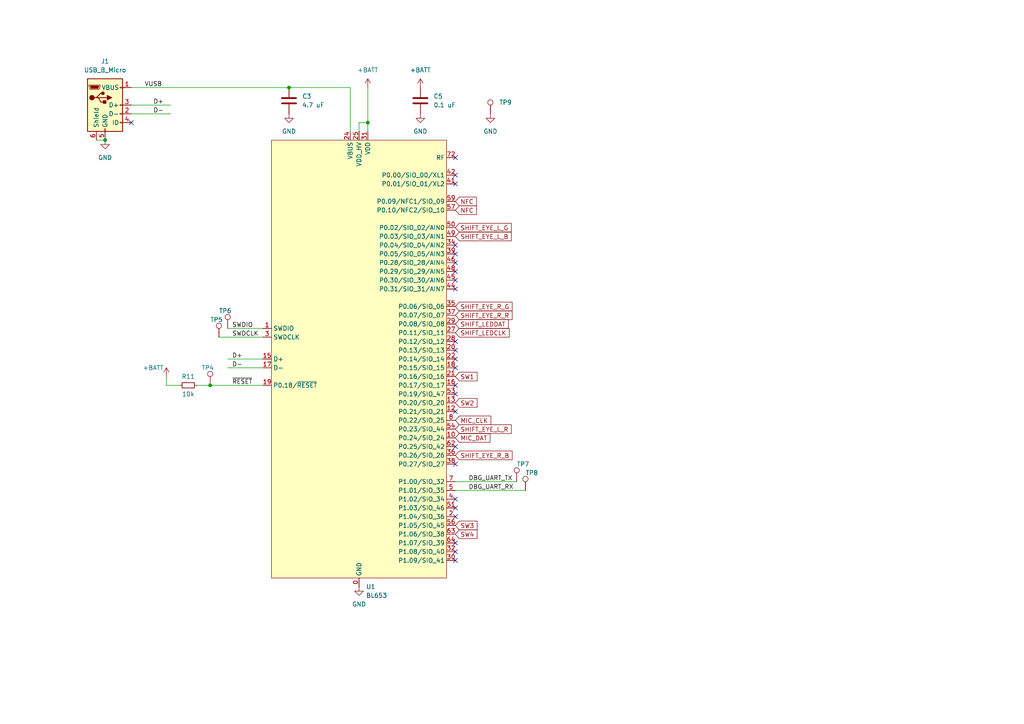
<source format=kicad_sch>
(kicad_sch (version 20211123) (generator eeschema)
  (paper "A4")
  (title_block (title "Paranoids Con Badge") (date "2022-06-21") (rev "A") (company "Yahoo") (comment 1 "See LICENSE file in project root for terms.") (comment 2 "Copyright Yahoo, Licensed under the terms of the Apache-2.0 license."))
  (lib_symbols
    (symbol "Connector:TestPoint" (pin_numbers hide) (pin_names (offset 0.762) hide)
      (property "Reference" "TP" (at 0 6.858 0))
      (property "Value" "TestPoint" (at 0 5.08 0))
      (symbol "TestPoint_0_1"
        (circle (center 0 3.302) (radius 0.762))
      )
      (symbol "TestPoint_1_1"
        (pin passive line (at 0 0 90) (length 2.54) (name "1") (number "1"))
      )
    )
    (symbol "Connector:USB_B_Micro" (pin_names (offset 1.016))
      (property "Reference" "J" (at -5.08 11.43 0))
      (property "Value" "USB_B_Micro" (at -5.08 8.89 0))
      (symbol "USB_B_Micro_0_1"
        (rectangle (start -5.08 -7.62) (end 5.08 7.62) (stroke (width 0.254)) (fill (type background)))
        (circle (center -3.81 2.159) (radius 0.635) (stroke (width 0.254)) (fill (type outline)))
        (circle (center -0.635 3.429) (radius 0.381) (stroke (width 0.254)) (fill (type outline)))
        (rectangle (start -0.127 -7.62) (end 0.127 -6.858))
        (polyline (pts (xy -1.905 2.159) (xy 0.635 2.159)) (stroke (width 0.254)))
        (polyline (pts (xy -3.175 2.159) (xy -2.54 2.159) (xy -1.27 3.429) (xy -0.635 3.429)) (stroke (width 0.254)))
        (polyline (pts (xy -2.54 2.159) (xy -1.905 2.159) (xy -1.27 0.889) (xy 0 0.889)) (stroke (width 0.254)))
        (polyline (pts (xy 0.635 2.794) (xy 0.635 1.524) (xy 1.905 2.159) (xy 0.635 2.794)) (stroke (width 0.254)) (fill (type outline)))
        (polyline (pts (xy -4.318 5.588) (xy -1.778 5.588) (xy -2.032 4.826) (xy -4.064 4.826) (xy -4.318 5.588)) (fill (type outline)))
        (polyline (pts (xy -4.699 5.842) (xy -4.699 5.588) (xy -4.445 4.826) (xy -4.445 4.572) (xy -1.651 4.572) (xy -1.651 4.826) (xy -1.397 5.588) (xy -1.397 5.842) (xy -4.699 5.842)))
        (rectangle (start 0.254 1.27) (end -0.508 0.508) (stroke (width 0.254)) (fill (type outline)))
        (rectangle (start 5.08 -5.207) (end 4.318 -4.953))
        (rectangle (start 5.08 -2.667) (end 4.318 -2.413))
        (rectangle (start 5.08 -0.127) (end 4.318 0.127))
        (rectangle (start 5.08 4.953) (end 4.318 5.207))
      )
      (symbol "USB_B_Micro_1_1"
        (pin power_out line (at 7.62 5.08 180) (length 2.54) (name "VBUS") (number "1"))
        (pin bidirectional line (at 7.62 -2.54 180) (length 2.54) (name "D-") (number "2"))
        (pin bidirectional line (at 7.62 0 180) (length 2.54) (name "D+") (number "3"))
        (pin passive line (at 7.62 -5.08 180) (length 2.54) (name "ID") (number "4"))
        (pin power_out line (at 0 -10.16 90) (length 2.54) (name "GND") (number "5"))
        (pin passive line (at -2.54 -10.16 90) (length 2.54) (name "Shield") (number "6"))
      )
    )
    (symbol "Device:C" (pin_numbers hide) (pin_names (offset 0.254))
      (property "Reference" "C" (at 0.635 2.54 0))
      (property "Value" "C" (at 0.635 -2.54 0))
      (symbol "C_0_1"
        (polyline (pts (xy -2.032 -0.762) (xy 2.032 -0.762)) (stroke (width 0.508)))
        (polyline (pts (xy -2.032 0.762) (xy 2.032 0.762)) (stroke (width 0.508)))
      )
      (symbol "C_1_1"
        (pin passive line (at 0 3.81 270) (length 2.794) (name "~") (number "1"))
        (pin passive line (at 0 -3.81 90) (length 2.794) (name "~") (number "2"))
      )
    )
    (symbol "Device:R_Small" (pin_numbers hide) (pin_names (offset 0.254) hide)
      (property "Reference" "R" (at 0.762 0.508 0))
      (property "Value" "R_Small" (at 0.762 -1.016 0))
      (symbol "R_Small_0_1"
        (rectangle (start -0.762 1.778) (end 0.762 -1.778) (stroke (width 0.2032)))
      )
      (symbol "R_Small_1_1"
        (pin passive line (at 0 2.54 270) (length 0.762) (name "~") (number "1"))
        (pin passive line (at 0 -2.54 90) (length 0.762) (name "~") (number "2"))
      )
    )
    (symbol "badge_custom_parts:BL653"
      (property "Reference" "U" (at -24.13 64.77 0))
      (property "Value" "BL653" (at 0 0 0))
      (symbol "BL653_0_1"
        (rectangle (start -25.4 63.5) (end 25.4 -63.5) (fill (type background)))
      )
      (symbol "BL653_1_1"
        (pin power_in line (at 0 -66.04 90) (length 2.54) (name "GND") (number "0"))
        (pin bidirectional line (at -27.94 8.89 0) (length 2.54) (name "SWDIO") (number "1"))
        (pin bidirectional line (at 27.94 -22.86 180) (length 2.54) (name "P0.24/SIO_24") (number "10"))
        (pin bidirectional line (at 27.94 -15.24 180) (length 2.54) (name "P0.21/SIO_21") (number "12"))
        (pin bidirectional line (at 27.94 -12.7 180) (length 2.54) (name "P0.20/SIO_20") (number "13"))
        (pin bidirectional line (at -27.94 0 0) (length 2.54) (name "D+") (number "15"))
        (pin bidirectional line (at 27.94 -7.62 180) (length 2.54) (name "P0.17/SIO_17") (number "16"))
        (pin bidirectional line (at -27.94 -2.54 0) (length 2.54) (name "D-") (number "17"))
        (pin bidirectional line (at 27.94 -2.54 180) (length 2.54) (name "P0.15/SIO_15") (number "18"))
        (pin bidirectional line (at -27.94 -7.62 0) (length 2.54) (name "P0.18/~{RESET}") (number "19"))
        (pin bidirectional line (at 27.94 -45.72 180) (length 2.54) (name "P1.04/SIO_36") (number "2"))
        (pin bidirectional line (at 27.94 2.54 180) (length 2.54) (name "P0.13/SIO_13") (number "20"))
        (pin bidirectional line (at 27.94 -5.08 180) (length 2.54) (name "P0.16/SIO_16") (number "21"))
        (pin bidirectional line (at 27.94 0 180) (length 2.54) (name "P0.14/SIO_14") (number "22"))
        (pin power_in line (at 0 -66.04 90) (length 2.54) hide (name "GND") (number "23"))
        (pin power_in line (at -2.54 66.04 270) (length 2.54) (name "VBUS") (number "24"))
        (pin power_in line (at 0 66.04 270) (length 2.54) (name "VDD_HV") (number "25"))
        (pin power_in line (at 0 -66.04 90) (length 2.54) hide (name "GND") (number "26"))
        (pin bidirectional line (at 27.94 7.62 180) (length 2.54) (name "P0.11/SIO_11") (number "27"))
        (pin bidirectional line (at 27.94 5.08 180) (length 2.54) (name "P0.12/SIO_12") (number "28"))
        (pin bidirectional line (at 27.94 10.16 180) (length 2.54) (name "P0.08/SIO_08") (number "29"))
        (pin input line (at -27.94 6.35 0) (length 2.54) (name "SWDCLK") (number "3"))
        (pin bidirectional line (at 27.94 -58.42 180) (length 2.54) (name "P1.09/SIO_41") (number "30"))
        (pin power_in line (at 2.54 66.04 270) (length 2.54) (name "VDD") (number "31"))
        (pin bidirectional line (at 27.94 -55.88 180) (length 2.54) (name "P1.08/SIO_40") (number "32"))
        (pin power_in line (at 0 -66.04 90) (length 2.54) hide (name "GND") (number "33"))
        (pin bidirectional line (at 27.94 33.02 180) (length 2.54) (name "P0.04/SIO_04/AIN2") (number "34"))
        (pin bidirectional line (at 27.94 15.24 180) (length 2.54) (name "P0.06/SIO_06") (number "35"))
        (pin bidirectional line (at 27.94 -27.94 180) (length 2.54) (name "P0.26/SIO_26") (number "36"))
        (pin bidirectional line (at 27.94 12.7 180) (length 2.54) (name "P0.07/SIO_07") (number "37"))
        (pin bidirectional line (at 27.94 -30.48 180) (length 2.54) (name "P0.27/SIO_27") (number "38"))
        (pin bidirectional line (at 27.94 30.48 180) (length 2.54) (name "P0.05/SIO_05/AIN3") (number "39"))
        (pin bidirectional line (at 27.94 -40.64 180) (length 2.54) (name "P1.02/SIO_34") (number "4"))
        (pin power_in line (at 0 -66.04 90) (length 2.54) hide (name "GND") (number "40"))
        (pin bidirectional line (at 27.94 50.8 180) (length 2.54) (name "P0.01/SIO_01/XL2") (number "41"))
        (pin bidirectional line (at 27.94 53.34 180) (length 2.54) (name "P0.00/SIO_00/XL1") (number "42"))
        (pin power_in line (at 0 -66.04 90) (length 2.54) hide (name "GND") (number "43"))
        (pin bidirectional line (at 27.94 20.32 180) (length 2.54) (name "P0.31/SIO_31/AIN7") (number "44"))
        (pin bidirectional line (at 27.94 22.86 180) (length 2.54) (name "P0.30/SIO_30/AIN6") (number "45"))
        (pin bidirectional line (at 27.94 27.94 180) (length 2.54) (name "P0.28/SIO_28/AIN4") (number "46"))
        (pin power_in line (at 0 -66.04 90) (length 2.54) hide (name "GND") (number "47"))
        (pin bidirectional line (at 27.94 25.4 180) (length 2.54) (name "P0.29/SIO_29/AIN5") (number "48"))
        (pin bidirectional line (at 27.94 35.56 180) (length 2.54) (name "P0.03/SIO_03/AIN1") (number "49"))
        (pin bidirectional line (at 27.94 -38.1 180) (length 2.54) (name "P1.01/SIO_35") (number "5"))
        (pin bidirectional line (at 27.94 38.1 180) (length 2.54) (name "P0.02/SIO_02/AIN0") (number "50"))
        (pin bidirectional line (at 27.94 -43.18 180) (length 2.54) (name "P1.03/SIO_46") (number "51"))
        (pin power_in line (at 0 -66.04 90) (length 2.54) hide (name "GND") (number "52"))
        (pin bidirectional line (at 27.94 -10.16 180) (length 2.54) (name "P0.19/SIO_47") (number "53"))
        (pin bidirectional line (at 27.94 -20.32 180) (length 2.54) (name "P0.23/SIO_44") (number "54"))
        (pin power_in line (at 0 -66.04 90) (length 2.54) hide (name "GND") (number "55"))
        (pin bidirectional line (at 27.94 -48.26 180) (length 2.54) (name "P1.05/SIO_45") (number "56"))
        (pin bidirectional line (at 27.94 43.18 180) (length 2.54) (name "P0.10/NFC2/SIO_10") (number "57"))
        (pin power_in line (at 0 -66.04 90) (length 2.54) hide (name "GND") (number "58"))
        (pin bidirectional line (at 27.94 45.72 180) (length 2.54) (name "P0.09/NFC1/SIO_09") (number "59"))
        (pin bidirectional line (at 27.94 -25.4 180) (length 2.54) (name "P0.25/SIO_42") (number "62"))
        (pin bidirectional line (at 27.94 -50.8 180) (length 2.54) (name "P1.06/SIO_38") (number "63"))
        (pin bidirectional line (at 27.94 -53.34 180) (length 2.54) (name "P1.07/SIO_39") (number "64"))
        (pin power_in line (at 0 -66.04 90) (length 2.54) hide (name "GND") (number "65"))
        (pin power_in line (at 0 -66.04 90) (length 2.54) hide (name "GND") (number "66"))
        (pin power_in line (at 0 -66.04 90) (length 2.54) hide (name "GND") (number "67"))
        (pin power_in line (at 0 -66.04 90) (length 2.54) hide (name "GND") (number "68"))
        (pin power_in line (at 0 -66.04 90) (length 2.54) hide (name "GND") (number "69"))
        (pin bidirectional line (at 27.94 -35.56 180) (length 2.54) (name "P1.00/SIO_32") (number "7"))
        (pin power_in line (at 0 -66.04 90) (length 2.54) hide (name "GND") (number "70"))
        (pin power_in line (at 0 -66.04 90) (length 2.54) hide (name "GND") (number "71"))
        (pin bidirectional line (at 27.94 58.42 180) (length 2.54) (name "RF") (number "72"))
        (pin bidirectional line (at 27.94 -17.78 180) (length 2.54) (name "P0.22/SIO_25") (number "8"))
      )
    )
    (symbol "power:+BATT" (power) (pin_names (offset 0))
      (property "Value" "+BATT" (at 0 3.556 0))
      (symbol "+BATT_0_1"
        (polyline (pts (xy -0.762 1.27) (xy 0 2.54)))
        (polyline (pts (xy 0 0) (xy 0 2.54)))
        (polyline (pts (xy 0 2.54) (xy 0.762 1.27)))
      )
      (symbol "+BATT_1_1"
        (pin power_in line (at 0 0 90) (length 0) hide (name "+BATT") (number "1"))
      )
    )
    (symbol "power:GND" (power) (pin_names (offset 0))
      (property "Value" "GND" (at 0 -3.81 0))
      (symbol "GND_0_1"
        (polyline (pts (xy 0 0) (xy 0 -1.27) (xy 1.27 -1.27) (xy 0 -2.54) (xy -1.27 -1.27) (xy 0 -1.27)))
      )
      (symbol "GND_1_1"
        (pin power_in line (at 0 0 270) (length 0) hide (name "GND") (number "1"))
      )
    )
  )
  (junction (at 83.82 25.4))
  (junction (at 30.48 40.64))
  (junction (at 106.68 35.56))
  (junction (at 60.96 111.76))
  (no_connect (at 132.08 119.38))
  (no_connect (at 132.08 129.54))
  (no_connect (at 132.08 134.62))
  (no_connect (at 132.08 104.14))
  (no_connect (at 132.08 106.68))
  (no_connect (at 132.08 111.76))
  (no_connect (at 132.08 114.3))
  (no_connect (at 132.08 144.78))
  (no_connect (at 132.08 147.32))
  (no_connect (at 132.08 149.86))
  (no_connect (at 132.08 157.48))
  (no_connect (at 132.08 160.02))
  (no_connect (at 132.08 162.56))
  (no_connect (at 132.08 83.82))
  (no_connect (at 132.08 99.06))
  (no_connect (at 132.08 101.6))
  (no_connect (at 132.08 50.8))
  (no_connect (at 132.08 53.34))
  (no_connect (at 132.08 71.12))
  (no_connect (at 132.08 73.66))
  (no_connect (at 132.08 76.2))
  (no_connect (at 132.08 78.74))
  (no_connect (at 132.08 81.28))
  (no_connect (at 38.1 35.56))
  (no_connect (at 132.08 45.72))
  (wire (pts (xy 66.04 95.25) (xy 76.2 95.25)))
  (wire (pts (xy 57.15 111.76) (xy 60.96 111.76)))
  (wire (pts (xy 38.1 30.48) (xy 49.53 30.48)))
  (wire (pts (xy 63.5 97.79) (xy 76.2 97.79)))
  (wire (pts (xy 83.82 25.4) (xy 101.6 25.4)))
  (wire (pts (xy 132.08 139.7) (xy 149.86 139.7)))
  (wire (pts (xy 60.96 111.76) (xy 76.2 111.76)))
  (wire (pts (xy 106.68 35.56) (xy 106.68 38.1)))
  (wire (pts (xy 101.6 25.4) (xy 101.6 38.1)))
  (wire (pts (xy 48.26 111.76) (xy 48.26 109.22)))
  (wire (pts (xy 38.1 25.4) (xy 83.82 25.4)))
  (wire (pts (xy 66.04 106.68) (xy 76.2 106.68)))
  (wire (pts (xy 52.07 111.76) (xy 48.26 111.76)))
  (wire (pts (xy 104.14 35.56) (xy 106.68 35.56)))
  (wire (pts (xy 66.04 104.14) (xy 76.2 104.14)))
  (wire (pts (xy 132.08 142.24) (xy 152.4 142.24)))
  (wire (pts (xy 106.68 25.4) (xy 106.68 35.56)))
  (wire (pts (xy 38.1 33.02) (xy 49.53 33.02)))
  (wire (pts (xy 104.14 35.56) (xy 104.14 38.1)))
  (wire (pts (xy 27.94 40.64) (xy 30.48 40.64)))
  (label "SWDIO" (at 67.31 95.25 0))
  (label "DBG_UART_TX" (at 135.89 139.7 0))
  (label "D+" (at 44.45 30.48 0))
  (label "DBG_UART_RX" (at 135.89 142.24 0))
  (label "~{RESET}" (at 67.31 111.76 0))
  (label "SWDCLK" (at 67.31 97.79 0))
  (label "D-" (at 67.31 106.68 0))
  (label "D+" (at 67.31 104.14 0))
  (label "D-" (at 44.45 33.02 0))
  (label "VUSB" (at 41.91 25.4 0))
  (global_label "SHIFT_EYE_L_G" (shape input) (at 132.08 66.04 0) (property "Intersheet References" "${INTERSHEET_REFS}" (effects hide)))
  (global_label "SHIFT_EYE_R_G" (shape input) (at 132.08 88.9 0) (property "Intersheet References" "${INTERSHEET_REFS}" (effects hide)))
  (global_label "SHIFT_EYE_L_R" (shape input) (at 132.08 124.46 0) (property "Intersheet References" "${INTERSHEET_REFS}" (effects hide)))
  (global_label "MIC_DAT" (shape input) (at 132.08 127 0) (property "Intersheet References" "${INTERSHEET_REFS}" (effects hide)))
  (global_label "SHIFT_EYE_R_B" (shape input) (at 132.08 132.08 0) (property "Intersheet References" "${INTERSHEET_REFS}" (effects hide)))
  (global_label "SHIFT_EYE_R_R" (shape input) (at 132.08 91.44 0) (property "Intersheet References" "${INTERSHEET_REFS}" (effects hide)))
  (global_label "SW1" (shape input) (at 132.08 109.22 0) (property "Intersheet References" "${INTERSHEET_REFS}" (effects hide)))
  (global_label "SHIFT_LEDDAT" (shape input) (at 132.08 93.98 0) (property "Intersheet References" "${INTERSHEET_REFS}" (effects hide)))
  (global_label "SHIFT_EYE_L_B" (shape input) (at 132.08 68.58 0) (property "Intersheet References" "${INTERSHEET_REFS}" (effects hide)))
  (global_label "NFC" (shape input) (at 132.08 58.42 0) (property "Intersheet References" "${INTERSHEET_REFS}" (effects hide)))
  (global_label "SW3" (shape input) (at 132.08 152.4 0) (property "Intersheet References" "${INTERSHEET_REFS}" (effects hide)))
  (global_label "MIC_CLK" (shape input) (at 132.08 121.92 0) (property "Intersheet References" "${INTERSHEET_REFS}" (effects hide)))
  (global_label "SW2" (shape input) (at 132.08 116.84 0) (property "Intersheet References" "${INTERSHEET_REFS}" (effects hide)))
  (global_label "SW4" (shape input) (at 132.08 154.94 0) (property "Intersheet References" "${INTERSHEET_REFS}" (effects hide)))
  (global_label "NFC" (shape input) (at 132.08 60.96 0) (property "Intersheet References" "${INTERSHEET_REFS}" (effects hide)))
  (global_label "SHIFT_LEDCLK" (shape input) (at 132.08 96.52 0) (property "Intersheet References" "${INTERSHEET_REFS}" (effects hide)))
  (symbol (lib_id "Device:C") (at 121.92 29.21 0) (unit 1)
    (property "Reference" "C5" (at 125.73 27.9399 0) (effects (justify left)))
    (property "Value" "0.1 uF" (at 125.73 30.4799 0) (effects (justify left)))
    (property "Footprint" "Capacitor_SMD:C_0603_1608Metric" (effects hide))
  )
  (symbol (lib_id "power:GND") (at 104.14 170.18 0) (unit 1)
    (property "Reference" "#PWR045" (effects hide))
    (property "Value" "GND" (at 104.14 175.26 0))
  )
  (symbol (lib_id "Connector:USB_B_Micro") (at 30.48 30.48 0) (unit 1)
    (property "Reference" "J1" (at 30.48 17.78 0))
    (property "Value" "USB_B_Micro" (at 30.48 20.32 0))
    (property "Footprint" "badge_custom_parts:USB_Micro-B_Amphenol_10118192-0001LF_Horizontal" (effects hide))
  )
  (symbol (lib_id "Connector:TestPoint") (at 149.86 139.7 0) (unit 1)
    (property "Reference" "TP7" (at 149.86 134.62 0) (effects (justify left)))
    (property "Value" "TestPoint" (effects hide))
    (property "Footprint" "TestPoint:TestPoint_Pad_2.0x2.0mm" (effects hide))
  )
  (symbol (lib_id "power:GND") (at 121.92 33.02 0) (unit 1)
    (property "Reference" "#PWR049" (effects hide))
    (property "Value" "GND" (at 121.92 38.1 0))
  )
  (symbol (lib_id "Connector:TestPoint") (at 60.96 111.76 0) (unit 1)
    (property "Reference" "TP4" (at 58.42 106.68 0) (effects (justify left)))
    (property "Value" "TestPoint" (effects hide))
    (property "Footprint" "TestPoint:TestPoint_Pad_2.0x2.0mm" (effects hide))
  )
  (symbol (lib_id "power:GND") (at 142.24 33.02 0) (unit 1)
    (property "Reference" "#PWR075" (effects hide))
    (property "Value" "GND" (at 142.24 38.1 0))
  )
  (symbol (lib_id "badge_custom_parts:BL653") (at 104.14 104.14 0) (unit 1)
    (property "Reference" "U1" (at 106.1594 170.18 0) (effects (justify left)))
    (property "Value" "BL653" (at 106.1594 172.72 0) (effects (justify left)))
    (property "Footprint" "badge_custom_parts:BL653" (effects hide))
  )
  (symbol (lib_id "power:+BATT") (at 48.26 109.22 0) (unit 1)
    (property "Reference" "#PWR043" (effects hide))
    (property "Value" "+BATT" (at 44.45 106.68 0))
  )
  (symbol (lib_id "Connector:TestPoint") (at 152.4 142.24 0) (unit 1)
    (property "Reference" "TP8" (at 152.4 137.16 0) (effects (justify left)))
    (property "Value" "TestPoint" (effects hide))
    (property "Footprint" "TestPoint:TestPoint_Pad_2.0x2.0mm" (effects hide))
  )
  (symbol (lib_id "power:+BATT") (at 106.68 25.4 0) (unit 1)
    (property "Reference" "#PWR046" (effects hide))
    (property "Value" "+BATT" (at 106.68 20.32 0))
  )
  (symbol (lib_id "Connector:TestPoint") (at 63.5 97.79 0) (unit 1)
    (property "Reference" "TP5" (at 60.96 92.71 0) (effects (justify left)))
    (property "Value" "TestPoint" (effects hide))
    (property "Footprint" "TestPoint:TestPoint_Pad_2.0x2.0mm" (effects hide))
  )
  (symbol (lib_id "power:+BATT") (at 121.92 25.4 0) (unit 1)
    (property "Reference" "#PWR048" (effects hide))
    (property "Value" "+BATT" (at 121.92 20.32 0))
  )
  (symbol (lib_id "Connector:TestPoint") (at 142.24 33.02 0) (unit 1)
    (property "Reference" "TP9" (at 144.78 29.7179 0) (effects (justify left)))
    (property "Value" "TestPoint" (effects hide))
    (property "Footprint" "TestPoint:TestPoint_Pad_2.0x2.0mm" (effects hide))
  )
  (symbol (lib_id "Device:R_Small") (at 54.61 111.76 90) (mirror x) (unit 1)
    (property "Reference" "R11" (at 54.61 109.22 90))
    (property "Value" "10k" (at 54.61 114.3 90))
    (property "Footprint" "Resistor_SMD:R_0603_1608Metric" (effects hide))
  )
  (symbol (lib_id "power:GND") (at 83.82 33.02 0) (unit 1)
    (property "Reference" "#PWR044" (effects hide))
    (property "Value" "GND" (at 83.82 38.1 0))
  )
  (symbol (lib_id "power:GND") (at 30.48 40.64 0) (unit 1)
    (property "Reference" "#PWR047" (effects hide))
    (property "Value" "GND" (at 30.48 45.72 0))
  )
  (symbol (lib_id "Connector:TestPoint") (at 66.04 95.25 0) (unit 1)
    (property "Reference" "TP6" (at 63.5 90.17 0) (effects (justify left)))
    (property "Value" "TestPoint" (effects hide))
    (property "Footprint" "TestPoint:TestPoint_Pad_2.0x2.0mm" (effects hide))
  )
  (symbol (lib_id "Device:C") (at 83.82 29.21 0) (unit 1)
    (property "Reference" "C3" (at 87.63 27.9399 0) (effects (justify left)))
    (property "Value" "4.7 uF" (at 87.63 30.4799 0) (effects (justify left)))
    (property "Footprint" "Capacitor_SMD:C_1206_3216Metric" (effects hide))
  )
)
</source>
